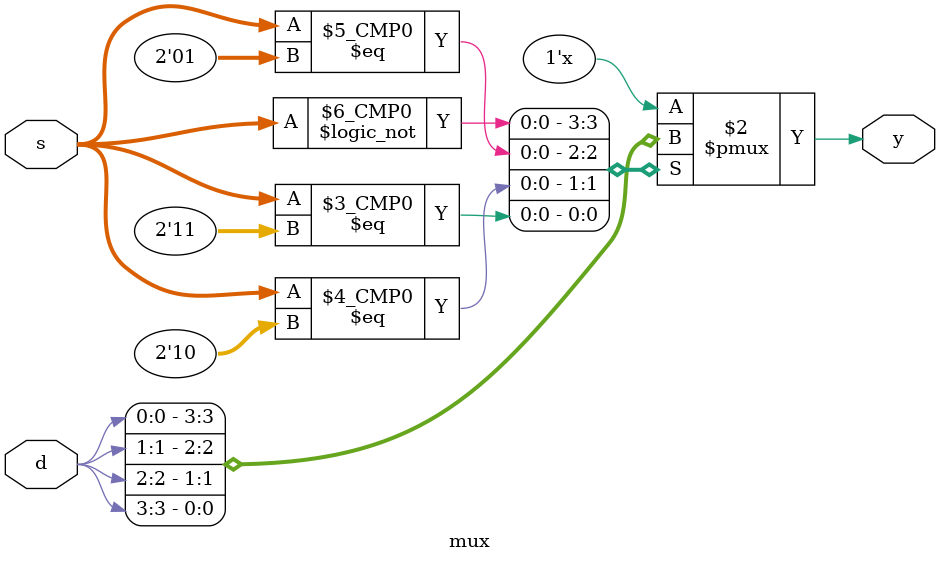
<source format=v>
`timescale 1ns / 1ps
module mux(d,s,y);

	input[3:0] d;
	input[1:0] s;
	 
	output y;
	reg y;
	
	always@(*)
		begin
			case(s)
			2'b00: y = d[0];
			2'b01: y = d[1];
			2'b10: y = d[2];
			2'b11: y = d[3];
			endcase
		end
	


endmodule

</source>
